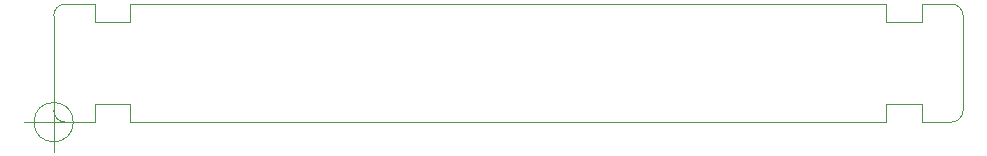
<source format=gbr>
G04 #@! TF.GenerationSoftware,KiCad,Pcbnew,(6.0.5-0)*
G04 #@! TF.CreationDate,2022-05-08T11:44:23-04:00*
G04 #@! TF.ProjectId,Receiver,52656365-6976-4657-922e-6b696361645f,rev?*
G04 #@! TF.SameCoordinates,Original*
G04 #@! TF.FileFunction,Profile,NP*
%FSLAX46Y46*%
G04 Gerber Fmt 4.6, Leading zero omitted, Abs format (unit mm)*
G04 Created by KiCad (PCBNEW (6.0.5-0)) date 2022-05-08 11:44:23*
%MOMM*%
%LPD*%
G01*
G04 APERTURE LIST*
G04 #@! TA.AperFunction,Profile*
%ADD10C,0.100000*%
G04 #@! TD*
G04 APERTURE END LIST*
D10*
X42166666Y-79000000D02*
G75*
G03*
X42166666Y-79000000I-1666666J0D01*
G01*
X38000000Y-79000000D02*
X43000000Y-79000000D01*
X40500000Y-76500000D02*
X40500000Y-81500000D01*
X116500000Y-79000000D02*
G75*
G03*
X117500000Y-78000000I0J1000000D01*
G01*
X117500000Y-70000000D02*
G75*
G03*
X116500000Y-69000000I-1000000J0D01*
G01*
X114000000Y-69000000D02*
X116500000Y-69000000D01*
X114000000Y-70500000D02*
X114000000Y-69000000D01*
X111000000Y-70500000D02*
X114000000Y-70500000D01*
X111000000Y-69000000D02*
X111000000Y-70500000D01*
X114000000Y-79000000D02*
X116500000Y-79000000D01*
X114000000Y-77500000D02*
X114000000Y-79000000D01*
X111000000Y-77500000D02*
X114000000Y-77500000D01*
X111000000Y-78950000D02*
X111000000Y-77500000D01*
X117500000Y-70000000D02*
X117500000Y-78000000D01*
X47000000Y-69000000D02*
X111000000Y-69000000D01*
X44000000Y-70500000D02*
X47000000Y-70500000D01*
X44000000Y-69000000D02*
X41500000Y-69000000D01*
X40500000Y-78000000D02*
G75*
G03*
X41500000Y-79000000I1000000J0D01*
G01*
X47000000Y-79000000D02*
X111000000Y-78950000D01*
X44000000Y-69000000D02*
X44000000Y-70500000D01*
X40500000Y-78000000D02*
X40500000Y-70000000D01*
X47000000Y-70500000D02*
X47000000Y-69000000D01*
X44000000Y-79000000D02*
X44000000Y-77500000D01*
X41500000Y-79000000D02*
X44000000Y-79000000D01*
X44000000Y-77500000D02*
X47000000Y-77500000D01*
X41500000Y-69000000D02*
G75*
G03*
X40500000Y-70000000I0J-1000000D01*
G01*
X47000000Y-77500000D02*
X47000000Y-79000000D01*
M02*

</source>
